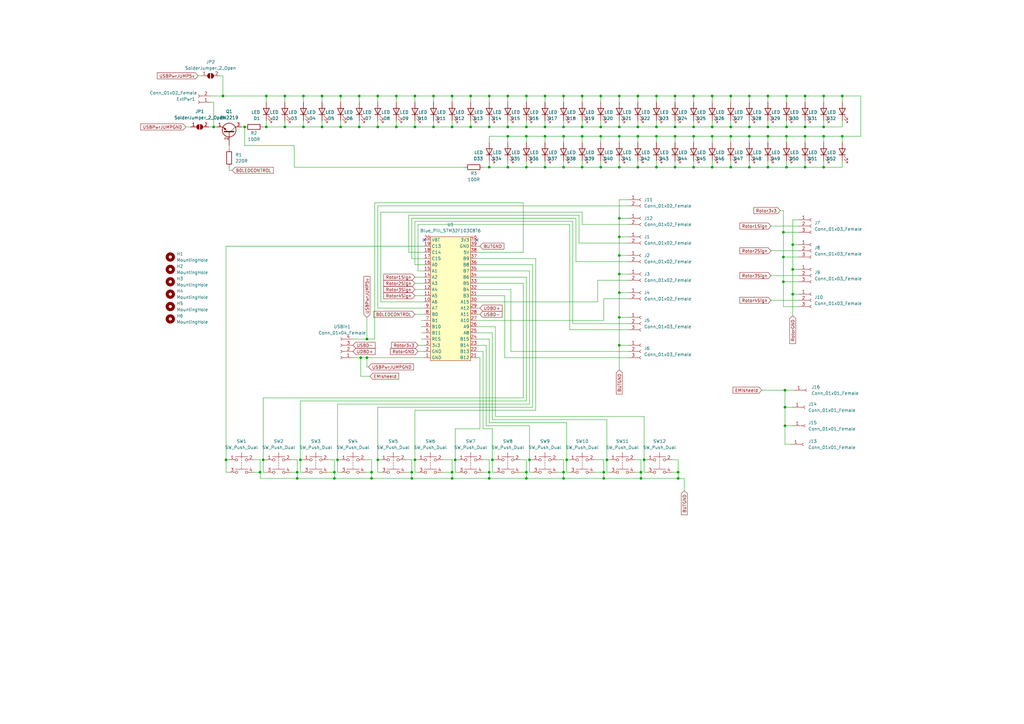
<source format=kicad_sch>
(kicad_sch (version 20211123) (generator eeschema)
  (paper "A3")
  (junction (at 284.48 55.88))
  (junction (at 269.24 52.07))
  (junction (at 261.62 68.58))
  (junction (at 254 97.155))
  (junction (at 238.76 55.88))
  (junction (at 147.32 52.07))
  (junction (at 200.66 68.58))
  (junction (at 322.58 52.07))
  (junction (at 124.46 52.07))
  (junction (at 200.66 39.37))
  (junction (at 307.34 55.88))
  (junction (at 170.18 188.595))
  (junction (at 193.04 52.07))
  (junction (at 321.31 105.41))
  (junction (at 330.2 55.88))
  (junction (at 106.68 193.675))
  (junction (at 232.41 188.595))
  (junction (at 137.16 196.215))
  (junction (at 123.19 188.595))
  (junction (at 168.91 196.215))
  (junction (at 299.72 39.37))
  (junction (at 215.9 68.58))
  (junction (at 215.9 193.675))
  (junction (at 186.69 188.595))
  (junction (at 278.13 196.215))
  (junction (at 246.38 52.07))
  (junction (at 215.9 39.37))
  (junction (at 269.24 39.37))
  (junction (at 139.7 52.07))
  (junction (at 121.92 193.675))
  (junction (at 217.17 188.595))
  (junction (at 137.16 193.675))
  (junction (at 246.38 55.88))
  (junction (at 246.38 68.58))
  (junction (at 231.14 39.37))
  (junction (at 322.58 68.58))
  (junction (at 314.96 68.58))
  (junction (at 168.91 193.675))
  (junction (at 264.16 188.595))
  (junction (at 321.945 167.005))
  (junction (at 223.52 68.58))
  (junction (at 147.955 146.685))
  (junction (at 254 52.07))
  (junction (at 91.44 39.37))
  (junction (at 223.52 39.37))
  (junction (at 162.56 39.37))
  (junction (at 345.44 39.37))
  (junction (at 247.65 196.215))
  (junction (at 337.82 68.58))
  (junction (at 152.4 193.675))
  (junction (at 154.94 39.37))
  (junction (at 276.86 68.58))
  (junction (at 231.14 52.07))
  (junction (at 238.76 39.37))
  (junction (at 147.32 39.37))
  (junction (at 100.33 52.07))
  (junction (at 262.89 196.215))
  (junction (at 247.65 193.675))
  (junction (at 345.44 55.88))
  (junction (at 307.34 39.37))
  (junction (at 322.58 39.37))
  (junction (at 314.96 52.07))
  (junction (at 254 130.175))
  (junction (at 200.66 193.675))
  (junction (at 307.34 52.07))
  (junction (at 138.43 188.595))
  (junction (at 170.18 39.37))
  (junction (at 262.89 193.675))
  (junction (at 337.82 55.88))
  (junction (at 246.38 39.37))
  (junction (at 150.495 146.685))
  (junction (at 185.42 39.37))
  (junction (at 284.48 52.07))
  (junction (at 325.12 110.49))
  (junction (at 116.84 52.07))
  (junction (at 238.76 68.58))
  (junction (at 170.18 52.07))
  (junction (at 201.93 188.595))
  (junction (at 321.31 95.25))
  (junction (at 254 55.88))
  (junction (at 325.12 120.65))
  (junction (at 278.13 193.675))
  (junction (at 254 104.775))
  (junction (at 269.24 55.88))
  (junction (at 150.495 139.065))
  (junction (at 276.86 39.37))
  (junction (at 337.82 39.37))
  (junction (at 223.52 52.07))
  (junction (at 152.4 196.215))
  (junction (at 215.9 52.07))
  (junction (at 208.28 68.58))
  (junction (at 321.31 115.57))
  (junction (at 314.96 39.37))
  (junction (at 231.14 68.58))
  (junction (at 109.22 52.07))
  (junction (at 121.92 196.215))
  (junction (at 215.9 196.215))
  (junction (at 314.96 55.88))
  (junction (at 292.1 52.07))
  (junction (at 284.48 39.37))
  (junction (at 87.63 52.07))
  (junction (at 200.66 196.215))
  (junction (at 330.2 39.37))
  (junction (at 208.28 39.37))
  (junction (at 208.28 52.07))
  (junction (at 231.14 193.675))
  (junction (at 269.24 68.58))
  (junction (at 215.9 55.88))
  (junction (at 200.66 52.07))
  (junction (at 109.22 39.37))
  (junction (at 185.42 193.675))
  (junction (at 299.72 68.58))
  (junction (at 124.46 39.37))
  (junction (at 92.71 188.595))
  (junction (at 177.8 52.07))
  (junction (at 292.1 68.58))
  (junction (at 162.56 52.07))
  (junction (at 292.1 55.88))
  (junction (at 254 141.605))
  (junction (at 261.62 52.07))
  (junction (at 276.86 55.88))
  (junction (at 238.76 52.07))
  (junction (at 231.14 196.215))
  (junction (at 185.42 52.07))
  (junction (at 107.95 188.595))
  (junction (at 177.8 39.37))
  (junction (at 248.92 188.595))
  (junction (at 154.94 188.595))
  (junction (at 208.28 55.88))
  (junction (at 223.52 55.88))
  (junction (at 254 39.37))
  (junction (at 254 89.535))
  (junction (at 299.72 55.88))
  (junction (at 116.84 39.37))
  (junction (at 231.14 55.88))
  (junction (at 254 68.58))
  (junction (at 254 112.395))
  (junction (at 254 120.015))
  (junction (at 139.7 39.37))
  (junction (at 284.48 68.58))
  (junction (at 321.945 160.02))
  (junction (at 261.62 55.88))
  (junction (at 299.72 52.07))
  (junction (at 330.2 68.58))
  (junction (at 321.945 174.625))
  (junction (at 337.82 52.07))
  (junction (at 185.42 196.215))
  (junction (at 261.62 39.37))
  (junction (at 193.04 39.37))
  (junction (at 330.2 52.07))
  (junction (at 322.58 55.88))
  (junction (at 154.94 52.07))
  (junction (at 325.12 100.33))
  (junction (at 276.86 52.07))
  (junction (at 292.1 39.37))
  (junction (at 132.08 39.37))
  (junction (at 132.08 52.07))
  (junction (at 307.34 68.58))
  (no_connect (at 173.99 98.425))
  (no_connect (at 195.58 98.425))
  (wire (pts (xy 353.06 39.37) (xy 353.06 55.88)))
  (wire (pts (xy 276.86 55.88) (xy 284.48 55.88)))
  (wire (pts (xy 231.14 66.04) (xy 231.14 68.58)))
  (wire (pts (xy 243.84 193.675) (xy 247.65 193.675)))
  (wire (pts (xy 264.16 193.675) (xy 265.43 193.675)))
  (wire (pts (xy 321.31 125.73) (xy 327.66 125.73)))
  (wire (pts (xy 316.23 92.71) (xy 327.66 92.71)))
  (wire (pts (xy 238.76 92.075) (xy 238.76 86.995)))
  (wire (pts (xy 170.18 116.205) (xy 173.99 116.205)))
  (wire (pts (xy 196.85 146.685) (xy 195.58 146.685)))
  (wire (pts (xy 139.7 52.07) (xy 147.32 52.07)))
  (wire (pts (xy 213.36 188.595) (xy 215.9 188.595)))
  (wire (pts (xy 193.04 39.37) (xy 193.04 41.91)))
  (wire (pts (xy 231.14 52.07) (xy 238.76 52.07)))
  (wire (pts (xy 325.12 90.17) (xy 327.66 90.17)))
  (wire (pts (xy 284.48 49.53) (xy 284.48 52.07)))
  (wire (pts (xy 325.12 110.49) (xy 325.12 100.33)))
  (wire (pts (xy 262.89 196.215) (xy 278.13 196.215)))
  (wire (pts (xy 321.945 167.005) (xy 325.12 167.005)))
  (wire (pts (xy 181.61 193.675) (xy 185.42 193.675)))
  (wire (pts (xy 107.95 163.195) (xy 214.63 163.195)))
  (wire (pts (xy 243.84 188.595) (xy 247.65 188.595)))
  (wire (pts (xy 238.76 86.995) (xy 156.21 86.995)))
  (wire (pts (xy 292.1 55.88) (xy 292.1 58.42)))
  (wire (pts (xy 238.76 55.88) (xy 246.38 55.88)))
  (wire (pts (xy 264.16 170.815) (xy 264.16 188.595)))
  (wire (pts (xy 219.71 106.045) (xy 219.71 168.275)))
  (wire (pts (xy 186.69 188.595) (xy 186.69 175.895)))
  (wire (pts (xy 247.65 196.215) (xy 262.89 196.215)))
  (wire (pts (xy 254 55.88) (xy 261.62 55.88)))
  (wire (pts (xy 284.48 52.07) (xy 292.1 52.07)))
  (wire (pts (xy 167.64 103.505) (xy 173.99 103.505)))
  (wire (pts (xy 278.13 193.675) (xy 278.13 196.215)))
  (wire (pts (xy 171.45 92.075) (xy 171.45 111.125)))
  (wire (pts (xy 215.9 193.675) (xy 215.9 196.215)))
  (wire (pts (xy 330.2 49.53) (xy 330.2 52.07)))
  (wire (pts (xy 109.22 39.37) (xy 116.84 39.37)))
  (wire (pts (xy 208.28 55.88) (xy 208.28 58.42)))
  (wire (pts (xy 299.72 68.58) (xy 307.34 68.58)))
  (wire (pts (xy 260.35 193.675) (xy 262.89 193.675)))
  (wire (pts (xy 195.58 123.825) (xy 245.11 123.825)))
  (wire (pts (xy 275.59 188.595) (xy 278.13 188.595)))
  (wire (pts (xy 186.69 188.595) (xy 187.96 188.595)))
  (wire (pts (xy 322.58 52.07) (xy 330.2 52.07)))
  (wire (pts (xy 257.81 107.315) (xy 236.22 107.315)))
  (wire (pts (xy 264.16 188.595) (xy 264.16 193.675)))
  (wire (pts (xy 316.23 123.19) (xy 327.66 123.19)))
  (wire (pts (xy 278.13 188.595) (xy 278.13 193.675)))
  (wire (pts (xy 314.96 49.53) (xy 314.96 52.07)))
  (wire (pts (xy 238.76 66.04) (xy 238.76 68.58)))
  (wire (pts (xy 177.8 49.53) (xy 177.8 52.07)))
  (wire (pts (xy 215.9 52.07) (xy 223.52 52.07)))
  (wire (pts (xy 314.96 52.07) (xy 322.58 52.07)))
  (wire (pts (xy 156.21 123.825) (xy 173.99 123.825)))
  (wire (pts (xy 124.46 52.07) (xy 132.08 52.07)))
  (wire (pts (xy 314.96 55.88) (xy 322.58 55.88)))
  (wire (pts (xy 223.52 66.04) (xy 223.52 68.58)))
  (wire (pts (xy 223.52 68.58) (xy 231.14 68.58)))
  (wire (pts (xy 330.2 52.07) (xy 337.82 52.07)))
  (wire (pts (xy 217.17 165.735) (xy 138.43 165.735)))
  (wire (pts (xy 147.32 49.53) (xy 147.32 52.07)))
  (wire (pts (xy 123.19 193.675) (xy 123.19 188.595)))
  (wire (pts (xy 322.58 68.58) (xy 330.2 68.58)))
  (wire (pts (xy 254 52.07) (xy 261.62 52.07)))
  (wire (pts (xy 321.945 160.02) (xy 321.945 167.005)))
  (wire (pts (xy 284.48 66.04) (xy 284.48 68.58)))
  (wire (pts (xy 321.945 182.245) (xy 324.485 182.245)))
  (wire (pts (xy 154.94 126.365) (xy 173.99 126.365)))
  (wire (pts (xy 107.95 52.07) (xy 109.22 52.07)))
  (wire (pts (xy 170.18 118.745) (xy 173.99 118.745)))
  (wire (pts (xy 261.62 52.07) (xy 269.24 52.07)))
  (wire (pts (xy 119.38 193.675) (xy 121.92 193.675)))
  (wire (pts (xy 168.91 188.595) (xy 168.91 193.675)))
  (wire (pts (xy 185.42 39.37) (xy 193.04 39.37)))
  (wire (pts (xy 185.42 196.215) (xy 200.66 196.215)))
  (wire (pts (xy 299.72 55.88) (xy 307.34 55.88)))
  (wire (pts (xy 299.72 55.88) (xy 299.72 58.42)))
  (wire (pts (xy 215.9 55.88) (xy 215.9 58.42)))
  (wire (pts (xy 134.62 188.595) (xy 137.16 188.595)))
  (wire (pts (xy 200.66 52.07) (xy 208.28 52.07)))
  (wire (pts (xy 185.42 193.675) (xy 185.42 196.215)))
  (wire (pts (xy 307.34 39.37) (xy 307.34 41.91)))
  (wire (pts (xy 237.49 88.265) (xy 167.64 88.265)))
  (wire (pts (xy 87.63 41.91) (xy 87.63 52.07)))
  (wire (pts (xy 215.9 196.215) (xy 231.14 196.215)))
  (wire (pts (xy 154.94 84.455) (xy 257.81 84.455)))
  (wire (pts (xy 170.18 168.275) (xy 170.18 188.595)))
  (wire (pts (xy 132.08 39.37) (xy 139.7 39.37)))
  (wire (pts (xy 248.92 193.675) (xy 248.92 188.595)))
  (wire (pts (xy 254 120.015) (xy 257.81 120.015)))
  (wire (pts (xy 254 39.37) (xy 254 41.91)))
  (wire (pts (xy 107.95 193.675) (xy 109.22 193.675)))
  (wire (pts (xy 137.16 193.675) (xy 137.16 196.215)))
  (wire (pts (xy 284.48 39.37) (xy 292.1 39.37)))
  (wire (pts (xy 254 89.535) (xy 254 97.155)))
  (wire (pts (xy 87.63 41.91) (xy 86.36 41.91)))
  (wire (pts (xy 76.2 52.07) (xy 78.105 52.07)))
  (wire (pts (xy 132.08 52.07) (xy 139.7 52.07)))
  (wire (pts (xy 198.12 175.895) (xy 201.93 175.895)))
  (wire (pts (xy 199.39 141.605) (xy 199.39 174.625)))
  (wire (pts (xy 195.58 111.125) (xy 217.17 111.125)))
  (wire (pts (xy 292.1 49.53) (xy 292.1 52.07)))
  (wire (pts (xy 86.36 39.37) (xy 91.44 39.37)))
  (wire (pts (xy 261.62 49.53) (xy 261.62 52.07)))
  (wire (pts (xy 171.45 141.605) (xy 173.99 141.605)))
  (wire (pts (xy 257.81 81.915) (xy 254 81.915)))
  (wire (pts (xy 254 141.605) (xy 257.81 141.605)))
  (wire (pts (xy 261.62 55.88) (xy 261.62 58.42)))
  (wire (pts (xy 134.62 193.675) (xy 137.16 193.675)))
  (wire (pts (xy 107.95 188.595) (xy 107.95 193.675)))
  (wire (pts (xy 181.61 188.595) (xy 185.42 188.595)))
  (wire (pts (xy 238.76 68.58) (xy 246.38 68.58)))
  (wire (pts (xy 170.18 193.675) (xy 171.45 193.675)))
  (wire (pts (xy 321.945 160.02) (xy 325.755 160.02)))
  (wire (pts (xy 152.4 193.675) (xy 152.4 196.215)))
  (wire (pts (xy 238.76 39.37) (xy 238.76 41.91)))
  (wire (pts (xy 321.31 95.25) (xy 321.31 105.41)))
  (wire (pts (xy 116.84 39.37) (xy 124.46 39.37)))
  (wire (pts (xy 207.01 146.685) (xy 207.01 121.285)))
  (wire (pts (xy 219.71 168.275) (xy 170.18 168.275)))
  (wire (pts (xy 269.24 55.88) (xy 276.86 55.88)))
  (wire (pts (xy 231.14 193.675) (xy 231.14 196.215)))
  (wire (pts (xy 223.52 39.37) (xy 231.14 39.37)))
  (wire (pts (xy 254 112.395) (xy 254 120.015)))
  (wire (pts (xy 214.63 103.505) (xy 195.58 103.505)))
  (wire (pts (xy 170.18 121.285) (xy 173.99 121.285)))
  (wire (pts (xy 257.81 122.555) (xy 247.65 122.555)))
  (wire (pts (xy 217.17 174.625) (xy 217.17 188.595)))
  (wire (pts (xy 345.44 39.37) (xy 345.44 41.91)))
  (wire (pts (xy 246.38 39.37) (xy 254 39.37)))
  (wire (pts (xy 337.82 39.37) (xy 345.44 39.37)))
  (wire (pts (xy 177.8 39.37) (xy 185.42 39.37)))
  (wire (pts (xy 154.94 126.365) (xy 154.94 84.455)))
  (wire (pts (xy 149.86 188.595) (xy 152.4 188.595)))
  (wire (pts (xy 123.19 188.595) (xy 123.19 164.465)))
  (wire (pts (xy 139.7 39.37) (xy 139.7 41.91)))
  (wire (pts (xy 85.725 52.07) (xy 87.63 52.07)))
  (wire (pts (xy 162.56 39.37) (xy 170.18 39.37)))
  (wire (pts (xy 215.9 68.58) (xy 223.52 68.58)))
  (wire (pts (xy 208.28 55.88) (xy 215.9 55.88)))
  (wire (pts (xy 250.19 193.675) (xy 248.92 193.675)))
  (wire (pts (xy 337.82 55.88) (xy 337.82 58.42)))
  (wire (pts (xy 247.65 193.675) (xy 247.65 196.215)))
  (wire (pts (xy 232.41 188.595) (xy 233.68 188.595)))
  (wire (pts (xy 152.4 188.595) (xy 152.4 193.675)))
  (wire (pts (xy 170.18 128.905) (xy 173.99 128.905)))
  (wire (pts (xy 236.22 107.315) (xy 236.22 89.535)))
  (wire (pts (xy 254 97.155) (xy 254 104.775)))
  (wire (pts (xy 166.37 188.595) (xy 168.91 188.595)))
  (wire (pts (xy 284.48 55.88) (xy 284.48 58.42)))
  (wire (pts (xy 93.98 69.85) (xy 95.25 69.85)))
  (wire (pts (xy 254 130.175) (xy 257.81 130.175)))
  (wire (pts (xy 231.14 49.53) (xy 231.14 52.07)))
  (wire (pts (xy 193.04 52.07) (xy 200.66 52.07)))
  (wire (pts (xy 261.62 68.58) (xy 269.24 68.58)))
  (wire (pts (xy 195.58 126.365) (xy 196.85 126.365)))
  (wire (pts (xy 325.12 100.33) (xy 325.12 90.17)))
  (wire (pts (xy 237.49 99.695) (xy 237.49 88.265)))
  (wire (pts (xy 186.69 193.675) (xy 186.69 188.595)))
  (wire (pts (xy 172.72 133.985) (xy 173.99 133.985)))
  (wire (pts (xy 198.12 144.145) (xy 198.12 175.895)))
  (wire (pts (xy 88.9 52.07) (xy 87.63 52.07)))
  (wire (pts (xy 147.955 154.305) (xy 147.955 146.685)))
  (wire (pts (xy 276.86 39.37) (xy 276.86 41.91)))
  (wire (pts (xy 314.96 39.37) (xy 314.96 41.91)))
  (wire (pts (xy 123.19 164.465) (xy 215.9 164.465)))
  (wire (pts (xy 275.59 193.675) (xy 278.13 193.675)))
  (wire (pts (xy 278.13 196.215) (xy 280.67 196.215)))
  (wire (pts (xy 116.84 39.37) (xy 116.84 41.91)))
  (wire (pts (xy 162.56 49.53) (xy 162.56 52.07)))
  (wire (pts (xy 172.72 136.525) (xy 173.99 136.525)))
  (wire (pts (xy 262.89 188.595) (xy 262.89 193.675)))
  (wire (pts (xy 257.81 99.695) (xy 237.49 99.695)))
  (wire (pts (xy 166.37 193.675) (xy 168.91 193.675)))
  (wire (pts (xy 92.71 188.595) (xy 92.71 193.675)))
  (wire (pts (xy 104.14 188.595) (xy 106.68 188.595)))
  (wire (pts (xy 269.24 66.04) (xy 269.24 68.58)))
  (wire (pts (xy 208.28 39.37) (xy 215.9 39.37)))
  (wire (pts (xy 200.66 188.595) (xy 200.66 193.675)))
  (wire (pts (xy 177.8 39.37) (xy 177.8 41.91)))
  (wire (pts (xy 330.2 66.04) (xy 330.2 68.58)))
  (wire (pts (xy 107.95 188.595) (xy 109.22 188.595)))
  (wire (pts (xy 245.11 114.935) (xy 257.81 114.935)))
  (wire (pts (xy 218.44 167.005) (xy 154.94 167.005)))
  (wire (pts (xy 144.78 146.685) (xy 147.955 146.685)))
  (wire (pts (xy 322.58 55.88) (xy 330.2 55.88)))
  (wire (pts (xy 203.2 170.815) (xy 264.16 170.815)))
  (wire (pts (xy 257.81 146.685) (xy 207.01 146.685)))
  (wire (pts (xy 185.42 39.37) (xy 185.42 41.91)))
  (wire (pts (xy 208.28 66.04) (xy 208.28 68.58)))
  (wire (pts (xy 233.68 92.075) (xy 171.45 92.075)))
  (wire (pts (xy 337.82 52.07) (xy 345.44 52.07)))
  (wire (pts (xy 168.91 89.535) (xy 168.91 106.045)))
  (wire (pts (xy 132.08 39.37) (xy 132.08 41.91)))
  (wire (pts (xy 223.52 55.88) (xy 223.52 58.42)))
  (wire (pts (xy 109.22 52.07) (xy 116.84 52.07)))
  (wire (pts (xy 276.86 68.58) (xy 284.48 68.58)))
  (wire (pts (xy 215.9 39.37) (xy 223.52 39.37)))
  (wire (pts (xy 314.96 39.37) (xy 322.58 39.37)))
  (wire (pts (xy 260.35 188.595) (xy 262.89 188.595)))
  (wire (pts (xy 217.17 188.595) (xy 218.44 188.595)))
  (wire (pts (xy 320.04 86.36) (xy 321.31 86.36)))
  (wire (pts (xy 321.945 174.625) (xy 325.12 174.625)))
  (wire (pts (xy 150.495 146.685) (xy 150.495 150.495)))
  (wire (pts (xy 257.81 92.075) (xy 238.76 92.075)))
  (wire (pts (xy 228.6 188.595) (xy 231.14 188.595)))
  (wire (pts (xy 215.9 164.465) (xy 215.9 113.665)))
  (wire (pts (xy 121.92 196.215) (xy 137.16 196.215)))
  (wire (pts (xy 269.24 39.37) (xy 276.86 39.37)))
  (wire (pts (xy 195.58 106.045) (xy 219.71 106.045)))
  (wire (pts (xy 233.68 193.675) (xy 232.41 193.675)))
  (wire (pts (xy 232.41 193.675) (xy 232.41 188.595)))
  (wire (pts (xy 215.9 55.88) (xy 223.52 55.88)))
  (wire (pts (xy 170.18 39.37) (xy 177.8 39.37)))
  (wire (pts (xy 214.63 83.185) (xy 214.63 103.505)))
  (wire (pts (xy 170.18 49.53) (xy 170.18 52.07)))
  (wire (pts (xy 345.44 66.04) (xy 345.44 68.58)))
  (wire (pts (xy 322.58 66.04) (xy 322.58 68.58)))
  (wire (pts (xy 321.31 105.41) (xy 327.66 105.41)))
  (wire (pts (xy 198.12 193.675) (xy 200.66 193.675)))
  (wire (pts (xy 177.8 52.07) (xy 185.42 52.07)))
  (wire (pts (xy 200.66 196.215) (xy 215.9 196.215)))
  (wire (pts (xy 186.69 175.895) (xy 196.85 175.895)))
  (wire (pts (xy 231.14 55.88) (xy 238.76 55.88)))
  (wire (pts (xy 322.58 55.88) (xy 322.58 58.42)))
  (wire (pts (xy 254 130.175) (xy 254 141.605)))
  (wire (pts (xy 299.72 49.53) (xy 299.72 52.07)))
  (wire (pts (xy 325.12 120.65) (xy 325.12 110.49)))
  (wire (pts (xy 276.86 39.37) (xy 284.48 39.37)))
  (wire (pts (xy 172.72 139.065) (xy 173.99 139.065)))
  (wire (pts (xy 330.2 39.37) (xy 330.2 41.91)))
  (wire (pts (xy 322.58 49.53) (xy 322.58 52.07)))
  (wire (pts (xy 170.18 52.07) (xy 177.8 52.07)))
  (wire (pts (xy 124.46 39.37) (xy 124.46 41.91)))
  (wire (pts (xy 124.46 49.53) (xy 124.46 52.07)))
  (wire (pts (xy 209.55 118.745) (xy 195.58 118.745)))
  (wire (pts (xy 307.34 39.37) (xy 314.96 39.37)))
  (wire (pts (xy 207.01 121.285) (xy 195.58 121.285)))
  (wire (pts (xy 154.94 188.595) (xy 154.94 193.675)))
  (wire (pts (xy 200.66 55.88) (xy 208.28 55.88)))
  (wire (pts (xy 262.89 193.675) (xy 262.89 196.215)))
  (wire (pts (xy 93.98 59.69) (xy 93.98 60.96)))
  (wire (pts (xy 208.28 52.07) (xy 215.9 52.07)))
  (wire (pts (xy 292.1 39.37) (xy 299.72 39.37)))
  (wire (pts (xy 299.72 39.37) (xy 307.34 39.37)))
  (wire (pts (xy 246.38 52.07) (xy 254 52.07)))
  (wire (pts (xy 254 81.915) (xy 254 89.535)))
  (wire (pts (xy 170.18 113.665) (xy 173.99 113.665)))
  (wire (pts (xy 154.94 188.595) (xy 156.21 188.595)))
  (wire (pts (xy 307.34 49.53) (xy 307.34 52.07)))
  (wire (pts (xy 91.44 31.115) (xy 91.44 39.37)))
  (wire (pts (xy 231.14 55.88) (xy 231.14 58.42)))
  (wire (pts (xy 246.38 66.04) (xy 246.38 68.58)))
  (wire (pts (xy 246.38 68.58) (xy 254 68.58)))
  (wire (pts (xy 92.71 193.675) (xy 93.98 193.675)))
  (wire (pts (xy 280.67 196.215) (xy 280.67 201.295)))
  (wire (pts (xy 246.38 55.88) (xy 254 55.88)))
  (wire (pts (xy 307.34 66.04) (xy 307.34 68.58)))
  (wire (pts (xy 215.9 39.37) (xy 215.9 41.91)))
  (wire (pts (xy 171.45 144.145) (xy 173.99 144.145)))
  (wire (pts (xy 213.36 193.675) (xy 215.9 193.675)))
  (wire (pts (xy 153.67 83.185) (xy 153.67 139.065)))
  (wire (pts (xy 238.76 52.07) (xy 246.38 52.07)))
  (wire (pts (xy 109.22 39.37) (xy 109.22 41.91)))
  (wire (pts (xy 100.33 59.69) (xy 100.33 52.07)))
  (wire (pts (xy 325.12 100.33) (xy 327.66 100.33)))
  (wire (pts (xy 208.28 68.58) (xy 215.9 68.58)))
  (wire (pts (xy 200.66 55.88) (xy 200.66 58.42)))
  (wire (pts (xy 238.76 49.53) (xy 238.76 52.07)))
  (wire (pts (xy 245.11 123.825) (xy 245.11 114.935)))
  (wire (pts (xy 325.12 110.49) (xy 327.66 110.49)))
  (wire (pts (xy 299.72 66.04) (xy 299.72 68.58)))
  (wire (pts (xy 149.86 193.675) (xy 152.4 193.675)))
  (wire (pts (xy 109.22 49.53) (xy 109.22 52.07)))
  (wire (pts (xy 120.65 68.58) (xy 120.65 59.69)))
  (wire (pts (xy 316.23 102.87) (xy 327.66 102.87)))
  (wire (pts (xy 321.31 105.41) (xy 321.31 115.57)))
  (wire (pts (xy 170.18 108.585) (xy 173.99 108.585)))
  (wire (pts (xy 254 141.605) (xy 254 151.765)))
  (wire (pts (xy 254 49.53) (xy 254 52.07)))
  (wire (pts (xy 138.43 165.735) (xy 138.43 188.595)))
  (wire (pts (xy 195.58 136.525) (xy 201.93 136.525)))
  (wire (pts (xy 292.1 68.58) (xy 299.72 68.58)))
  (wire (pts (xy 154.94 193.675) (xy 156.21 193.675)))
  (wire (pts (xy 195.58 128.905) (xy 196.85 128.905)))
  (wire (pts (xy 201.93 188.595) (xy 201.93 193.675)))
  (wire (pts (xy 124.46 39.37) (xy 132.08 39.37)))
  (wire (pts (xy 257.81 132.715) (xy 234.95 132.715)))
  (wire (pts (xy 292.1 55.88) (xy 299.72 55.88)))
  (wire (pts (xy 254 104.775) (xy 257.81 104.775)))
  (wire (pts (xy 173.99 100.965) (xy 92.71 100.965)))
  (wire (pts (xy 200.66 66.04) (xy 200.66 68.58)))
  (wire (pts (xy 247.65 122.555) (xy 247.65 131.445)))
  (wire (pts (xy 195.58 133.985) (xy 203.2 133.985)))
  (wire (pts (xy 269.24 39.37) (xy 269.24 41.91)))
  (wire (pts (xy 223.52 55.88) (xy 231.14 55.88)))
  (wire (pts (xy 215.9 188.595) (xy 215.9 193.675)))
  (wire (pts (xy 201.93 188.595) (xy 203.2 188.595)))
  (wire (pts (xy 248.92 172.085) (xy 201.93 172.085)))
  (wire (pts (xy 201.93 175.895) (xy 201.93 188.595)))
  (wire (pts (xy 154.94 52.07) (xy 162.56 52.07)))
  (wire (pts (xy 299.72 52.07) (xy 307.34 52.07)))
  (wire (pts (xy 168.91 106.045) (xy 173.99 106.045)))
  (wire (pts (xy 168.91 193.675) (xy 168.91 196.215)))
  (wire (pts (xy 170.18 39.37) (xy 170.18 41.91)))
  (wire (pts (xy 276.86 52.07) (xy 284.48 52.07)))
  (wire (pts (xy 185.42 49.53) (xy 185.42 52.07)))
  (wire (pts (xy 231.14 188.595) (xy 231.14 193.675)))
  (wire (pts (xy 147.32 52.07) (xy 154.94 52.07)))
  (wire (pts (xy 200.66 193.675) (xy 200.66 196.215)))
  (wire (pts (xy 121.92 193.675) (xy 121.92 196.215)))
  (wire (pts (xy 200.66 39.37) (xy 208.28 39.37)))
  (wire (pts (xy 261.62 39.37) (xy 269.24 39.37)))
  (wire (pts (xy 330.2 39.37) (xy 337.82 39.37)))
  (wire (pts (xy 345.44 49.53) (xy 345.44 52.07)))
  (wire (pts (xy 264.16 188.595) (xy 265.43 188.595)))
  (wire (pts (xy 195.58 141.605) (xy 199.39 141.605)))
  (wire (pts (xy 208.28 49.53) (xy 208.28 52.07)))
  (wire (pts (xy 215.9 49.53) (xy 215.9 52.07)))
  (wire (pts (xy 139.7 49.53) (xy 139.7 52.07)))
  (wire (pts (xy 106.68 193.675) (xy 106.68 196.215)))
  (wire (pts (xy 123.19 188.595) (xy 124.46 188.595)))
  (wire (pts (xy 345.44 39.37) (xy 353.06 39.37)))
  (wire (pts (xy 116.84 52.07) (xy 124.46 52.07)))
  (wire (pts (xy 195.58 116.205) (xy 214.63 116.205)))
  (wire (pts (xy 156.21 86.995) (xy 156.21 123.825)))
  (wire (pts (xy 322.58 39.37) (xy 322.58 41.91)))
  (wire (pts (xy 284.48 68.58) (xy 292.1 68.58)))
  (wire (pts (xy 138.43 188.595) (xy 139.7 188.595)))
  (wire (pts (xy 154.94 39.37) (xy 154.94 41.91)))
  (wire (pts (xy 154.94 49.53) (xy 154.94 52.07)))
  (wire (pts (xy 234.95 90.805) (xy 170.18 90.805)))
  (wire (pts (xy 231.14 39.37) (xy 238.76 39.37)))
  (wire (pts (xy 314.96 66.04) (xy 314.96 68.58)))
  (wire (pts (xy 171.45 111.125) (xy 173.99 111.125)))
  (wire (pts (xy 314.96 68.58) (xy 322.58 68.58)))
  (wire (pts (xy 150.495 130.175) (xy 150.495 139.065)))
  (wire (pts (xy 170.18 188.595) (xy 171.45 188.595)))
  (wire (pts (xy 330.2 55.88) (xy 337.82 55.88)))
  (wire (pts (xy 321.31 95.25) (xy 327.66 95.25)))
  (wire (pts (xy 261.62 66.04) (xy 261.62 68.58)))
  (wire (pts (xy 254 120.015) (xy 254 130.175)))
  (wire (pts (xy 307.34 52.07) (xy 314.96 52.07)))
  (wire (pts (xy 292.1 39.37) (xy 292.1 41.91)))
  (wire (pts (xy 215.9 113.665) (xy 195.58 113.665)))
  (wire (pts (xy 203.2 133.985) (xy 203.2 170.815)))
  (wire (pts (xy 337.82 55.88) (xy 345.44 55.88)))
  (wire (pts (xy 167.64 88.265) (xy 167.64 103.505)))
  (wire (pts (xy 248.92 188.595) (xy 250.19 188.595)))
  (wire (pts (xy 185.42 52.07) (xy 193.04 52.07)))
  (wire (pts (xy 209.55 144.145) (xy 209.55 118.745)))
  (wire (pts (xy 196.85 175.895) (xy 196.85 146.685)))
  (wire (pts (xy 107.95 163.195) (xy 107.95 188.595)))
  (wire (pts (xy 172.72 131.445) (xy 173.99 131.445)))
  (wire (pts (xy 269.24 52.07) (xy 276.86 52.07)))
  (wire (pts (xy 200.66 49.53) (xy 200.66 52.07)))
  (wire (pts (xy 147.32 39.37) (xy 147.32 41.91)))
  (wire (pts (xy 231.14 68.58) (xy 238.76 68.58)))
  (wire (pts (xy 215.9 66.04) (xy 215.9 68.58)))
  (wire (pts (xy 144.78 139.065) (xy 150.495 139.065)))
  (wire (pts (xy 284.48 55.88) (xy 292.1 55.88)))
  (wire (pts (xy 247.65 188.595) (xy 247.65 193.675)))
  (wire (pts (xy 316.23 113.03) (xy 327.66 113.03)))
  (wire (pts (xy 228.6 193.675) (xy 231.14 193.675)))
  (wire (pts (xy 195.58 108.585) (xy 218.44 108.585)))
  (wire (pts (xy 223.52 39.37) (xy 223.52 41.91)))
  (wire (pts (xy 150.495 146.685) (xy 173.99 146.685)))
  (wire (pts (xy 233.68 135.255) (xy 233.68 92.075)))
  (wire (pts (xy 284.48 39.37) (xy 284.48 41.91)))
  (wire (pts (xy 330.2 68.58) (xy 337.82 68.58)))
  (wire (pts (xy 92.71 188.595) (xy 93.98 188.595)))
  (wire (pts (xy 330.2 55.88) (xy 330.2 58.42)))
  (wire (pts (xy 345.44 55.88) (xy 345.44 58.42)))
  (wire (pts (xy 195.58 144.145) (xy 198.12 144.145)))
  (wire (pts (xy 200.66 39.37) (xy 200.66 41.91)))
  (wire (pts (xy 198.12 68.58) (xy 200.66 68.58)))
  (wire (pts (xy 139.7 39.37) (xy 147.32 39.37)))
  (wire (pts (xy 106.68 196.215) (xy 121.92 196.215)))
  (wire (pts (xy 307.34 68.58) (xy 314.96 68.58)))
  (wire (pts (xy 90.17 31.115) (xy 91.44 31.115)))
  (wire (pts (xy 269.24 68.58) (xy 276.86 68.58)))
  (wire (pts (xy 254 39.37) (xy 261.62 39.37)))
  (wire (pts (xy 276.86 55.88) (xy 276.86 58.42)))
  (wire (pts (xy 276.86 66.04) (xy 276.86 68.58)))
  (wire (pts (xy 217.17 188.595) (xy 217.17 193.675)))
  (wire (pts (xy 199.39 174.625) (xy 217.17 174.625)))
  (wire (pts (xy 292.1 52.07) (xy 299.72 52.07)))
  (wire (pts (xy 151.765 154.305) (xy 147.955 154.305)))
  (wire (pts (xy 147.32 39.37) (xy 154.94 39.37)))
  (wire (pts (xy 218.44 108.585) (xy 218.44 167.005)))
  (wire (pts (xy 201.93 193.675) (xy 203.2 193.675)))
  (wire (pts (xy 119.38 188.595) (xy 121.92 188.595)))
  (wire (pts (xy 201.93 172.085) (xy 201.93 136.525)))
  (wire (pts (xy 104.14 193.675) (xy 106.68 193.675)))
  (wire (pts (xy 150.495 139.065) (xy 153.67 139.065)))
  (wire (pts (xy 269.24 55.88) (xy 269.24 58.42)))
  (wire (pts (xy 312.42 160.02) (xy 321.945 160.02)))
  (wire (pts (xy 170.18 90.805) (xy 170.18 108.585)))
  (wire (pts (xy 162.56 39.37) (xy 162.56 41.91)))
  (wire (pts (xy 246.38 39.37) (xy 246.38 41.91)))
  (wire (pts (xy 217.17 193.675) (xy 218.44 193.675)))
  (wire (pts (xy 299.72 39.37) (xy 299.72 41.91)))
  (wire (pts (xy 91.44 39.37) (xy 109.22 39.37)))
  (wire (pts (xy 223.52 52.07) (xy 231.14 52.07)))
  (wire (pts (xy 345.44 55.88) (xy 353.06 55.88)))
  (wire (pts (xy 198.12 188.595) (xy 200.66 188.595)))
  (wire (pts (xy 208.28 39.37) (xy 208.28 41.91)))
  (wire (pts (xy 232.41 188.595) (xy 232.41 173.355)))
  (wire (pts (xy 185.42 188.595) (xy 185.42 193.675)))
  (wire (pts (xy 214.63 116.205) (xy 214.63 163.195)))
  (wire (pts (xy 93.98 68.58) (xy 93.98 69.85)))
  (wire (pts (xy 193.04 39.37) (xy 200.66 39.37)))
  (wire (pts (xy 137.16 196.215) (xy 152.4 196.215)))
  (wire (pts (xy 132.08 49.53) (xy 132.08 52.07)))
  (wire (pts (xy 321.31 115.57) (xy 321.31 125.73)))
  (wire (pts (xy 217.17 111.125) (xy 217.17 165.735)))
  (wire (pts (xy 231.14 39.37) (xy 231.14 41.91)))
  (wire (pts (xy 116.84 49.53) (xy 116.84 52.07)))
  (wire (pts (xy 120.65 59.69) (xy 100.33 59.69)))
  (wire (pts (xy 246.38 49.53) (xy 246.38 52.07)))
  (wire (pts (xy 261.62 55.88) (xy 269.24 55.88)))
  (wire (pts (xy 246.38 55.88) (xy 246.38 58.42)))
  (wire (pts (xy 195.58 100.965) (xy 196.85 100.965)))
  (wire (pts (xy 314.96 55.88) (xy 314.96 58.42)))
  (wire (pts (xy 193.04 49.53) (xy 193.04 52.07)))
  (wire (pts (xy 200.66 173.355) (xy 200.66 139.065)))
  (wire (pts (xy 232.41 173.355) (xy 200.66 173.355)))
  (wire (pts (xy 337.82 39.37) (xy 337.82 41.91)))
  (wire (pts (xy 254 89.535) (xy 257.81 89.535)))
  (wire (pts (xy 321.945 167.005) (xy 321.945 174.625)))
  (wire (pts (xy 257.81 144.145) (xy 209.55 144.145)))
  (wire (pts (xy 337.82 66.04) (xy 337.82 68.58)))
  (wire (pts (xy 257.81 135.255) (xy 233.68 135.255)))
  (wire (pts (xy 99.06 52.07) (xy 100.33 52.07)))
  (wire (pts (xy 254 104.775) (xy 254 112.395)))
  (wire (pts (xy 200.66 68.58) (xy 208.28 68.58)))
  (wire (pts (xy 138.43 188.595) (xy 138.43 193.675)))
  (wire (pts (xy 190.5 68.58) (xy 120.65 68.58)))
  (wire (pts (xy 137.16 188.595) (xy 137.16 193.675)))
  (wire (pts (xy 238.76 39.37) (xy 246.38 39.37)))
  (wire (pts (xy 236.22 89.535) (xy 168.91 89.535)))
  (wire (pts (xy 81.28 31.115) (xy 82.55 31.115)))
  (wire (pts (xy 254 112.395) (xy 257.81 112.395)))
  (wire (pts (xy 337.82 68.58) (xy 345.44 68.58)))
  (wire (pts (xy 154.94 39.37) (xy 162.56 39.37)))
  (wire (pts (xy 154.94 167.005) (xy 154.94 188.595)))
  (wire (pts (xy 247.65 131.445) (xy 195.58 131.445)))
  (wire (pts (xy 138.43 193.675) (xy 139.7 193.675)))
  (wire (pts (xy 337.82 49.53) (xy 337.82 52.07)))
  (wire (pts (xy 153.67 83.185) (xy 214.63 83.185)))
  (wire (pts (xy 106.68 188.595) (xy 106.68 193.675)))
  (wire (pts (xy 322.58 39.37) (xy 330.2 39.37)))
  (wire (pts (xy 321.31 115.57) (xy 327.66 115.57)))
  (wire (pts (xy 200.66 139.065) (xy 195.58 139.065)))
  (wire (pts (xy 307.34 55.88) (xy 314.96 55.88)))
  (wire (pts (xy 187.96 193.675) (xy 186.69 193.675)))
  (wire (pts (xy 248.92 188.595) (xy 248.92 172.085)))
  (wire (pts (xy 321.31 86.36) (xy 321.31 95.25)))
  (wire (pts (xy 147.955 146.685) (xy 150.495 146.685)))
  (wire (pts (xy 261.62 39.37) (xy 261.62 41.91)))
  (wire (pts (xy 276.86 49.53) (xy 276.86 52.07)))
  (wire (pts (xy 254 68.58) (xy 261.62 68.58)))
  (wire (pts (xy 307.34 55.88) (xy 307.34 58.42)))
  (wire (pts (xy 257.81 97.155) (xy 254 97.155)))
  (wire (pts (xy 292.1 66.04) (xy 292.1 68.58)))
  (wire (pts (xy 121.92 188.595) (xy 121.92 193.675)))
  (wire (pts (xy 168.91 196.215) (xy 185.42 196.215)))
  (wire (pts (xy 124.46 193.675) (xy 123.19 193.675)))
  (wire (pts (xy 231.14 196.215) (xy 247.65 196.215)))
  (wire (pts (xy 325.12 120.65) (xy 327.66 120.65)))
  (wire (pts (xy 254 66.04) (xy 254 68.58)))
  (wire (pts (xy 325.12 129.54) (xy 325.12 120.65)))
  (wire (pts (xy 152.4 196.215) (xy 168.91 196.215)))
  (wire (pts (xy 92.71 100.965) (xy 92.71 188.595)))
  (wire (pts (xy 321.945 174.625) (xy 321.945 182.245)))
  (wire (pts (xy 170.18 188.595) (xy 170.18 193.675)))
  (wire (pts (xy 269.24 49.53) (xy 269.24 52.07)))
  (wire (pts (xy 223.52 49.53) (xy 223.52 52.07)))
  (wire (pts (xy 238.76 55.88) (xy 238.76 58.42)))
  (wire (pts (xy 254 55.88) (xy 254 58.42)))
  (wire (pts (xy 234.95 132.715) (xy 234.95 90.805)))
  (wire (pts (xy 150.495 150.495) (xy 151.13 150.495)))
  (wire (pts (xy 162.56 52.07) (xy 170.18 52.07)))
  (global_label "UDBD+" (shape input) (at 196.85 126.365 0) (property "Intersheet References" "${INTERSHEET_REFS}" (effects hide)))
  (global_label "USBPwrJUMPGND" (shape input) (at 76.2 52.07 180) (property "Intersheet References" "${INTERSHEET_REFS}" (effects hide)))
  (global_label "RotorGND" (shape input) (at 171.45 144.145 180) (property "Intersheet References" "${INTERSHEET_REFS}" (effects hide)))
  (global_label "RotorGND" (shape input) (at 325.12 129.54 270) (property "Intersheet References" "${INTERSHEET_REFS}" (effects hide)))
  (global_label "Rotor3Sign" (shape input) (at 170.18 118.745 180) (property "Intersheet References" "${INTERSHEET_REFS}" (effects hide)))
  (global_label "USBPwrJUMP5v" (shape input) (at 150.495 130.175 90) (property "Intersheet References" "${INTERSHEET_REFS}" (effects hide)))
  (global_label "Rotor2Sign" (shape input) (at 170.18 116.205 180) (property "Intersheet References" "${INTERSHEET_REFS}" (effects hide)))
  (global_label "Rotor3Sign" (shape input) (at 316.23 113.03 180) (property "Intersheet References" "${INTERSHEET_REFS}" (effects hide)))
  (global_label "Rotor3v3" (shape input) (at 320.04 86.36 180) (property "Intersheet References" "${INTERSHEET_REFS}" (effects hide)))
  (global_label "USBD-" (shape input) (at 144.78 141.605 0) (property "Intersheet References" "${INTERSHEET_REFS}" (effects hide)))
  (global_label "BUTGND" (shape input) (at 254 151.765 270) (property "Intersheet References" "${INTERSHEET_REFS}" (effects hide)))
  (global_label "B0LEDCONTROL" (shape input) (at 170.18 128.905 180) (property "Intersheet References" "${INTERSHEET_REFS}" (effects hide)))
  (global_label "BUTGND" (shape input) (at 196.85 100.965 0) (property "Intersheet References" "${INTERSHEET_REFS}" (effects hide)))
  (global_label "B0LEDCONTROL" (shape input) (at 95.25 69.85 0) (property "Intersheet References" "${INTERSHEET_REFS}" (effects hide)))
  (global_label "EMIsheeld" (shape input) (at 312.42 160.02 180) (property "Intersheet References" "${INTERSHEET_REFS}" (effects hide)))
  (global_label "Rotor1Sign" (shape input) (at 170.18 113.665 180) (property "Intersheet References" "${INTERSHEET_REFS}" (effects hide)))
  (global_label "BUTGND" (shape input) (at 280.67 201.295 270) (property "Intersheet References" "${INTERSHEET_REFS}" (effects hide)))
  (global_label "USBD-" (shape input) (at 196.85 128.905 0) (property "Intersheet References" "${INTERSHEET_REFS}" (effects hide)))
  (global_label "Rotor4Sign" (shape input) (at 316.23 123.19 180) (property "Intersheet References" "${INTERSHEET_REFS}" (effects hide)))
  (global_label "EMIsheeld" (shape input) (at 151.765 154.305 0) (property "Intersheet References" "${INTERSHEET_REFS}" (effects hide)))
  (global_label "UDBD+" (shape input) (at 144.78 144.145 0) (property "Intersheet References" "${INTERSHEET_REFS}" (effects hide)))
  (global_label "Rotor4Sign" (shape input) (at 170.18 121.285 180) (property "Intersheet References" "${INTERSHEET_REFS}" (effects hide)))
  (global_label "Rotor1Sign" (shape input) (at 316.23 92.71 180) (property "Intersheet References" "${INTERSHEET_REFS}" (effects hide)))
  (global_label "USBPwrJUMPGND" (shape input) (at 151.13 150.495 0) (property "Intersheet References" "${INTERSHEET_REFS}" (effects hide)))
  (global_label "Rotor3v3" (shape input) (at 171.45 141.605 180) (property "Intersheet References" "${INTERSHEET_REFS}" (effects hide)))
  (global_label "Rotor2Sign" (shape input) (at 316.23 102.87 180) (property "Intersheet References" "${INTERSHEET_REFS}" (effects hide)))
  (global_label "USBPwrJUMP5v" (shape input) (at 81.28 31.115 180) (property "Intersheet References" "${INTERSHEET_REFS}" (effects hide)))
  (symbol (lib_id "Device:LED") (at 200.66 45.72 90) (unit 1)
    (property "Reference" "D13" (at 198.12 48.5776 90) (effects (justify left)))
    (property "Value" "LED" (at 198.12 46.0376 90) (effects (justify left)))
    (property "Footprint" "LED_SMD:LED_0805_2012Metric" (effects hide))
    (property "JLC#" "C110099" (effects hide))
  )
  (symbol (lib_id "Connector:Conn_01x04_Female") (at 139.7 144.145 180) (unit 1)
    (property "Reference" "USBin1" (at 140.335 133.985 0))
    (property "Value" "Conn_01x04_Female" (at 140.335 136.525 0))
    (property "Footprint" "Connector_JST:JST_EH_B4B-EH-A_1x04_P2.50mm_Vertical" (effects hide))
  )
  (symbol (lib_id "Device:LED") (at 246.38 45.72 90) (unit 1)
    (property "Reference" "D19" (at 243.84 48.5776 90) (effects (justify left)))
    (property "Value" "LED" (at 243.84 46.0376 90) (effects (justify left)))
    (property "Footprint" "LED_SMD:LED_0805_2012Metric" (effects hide))
    (property "JLC#" "C110099" (effects hide))
  )
  (symbol (lib_id "Device:LED") (at 299.72 62.23 90) (unit 1)
    (property "Reference" "D46" (at 297.18 65.0876 90) (effects (justify left)))
    (property "Value" "LED" (at 297.18 62.5476 90) (effects (justify left)))
    (property "Footprint" "LED_SMD:LED_0805_2012Metric" (effects hide))
    (property "JLC#" "C110099" (effects hide))
  )
  (symbol (lib_id "Device:LED") (at 261.62 45.72 90) (unit 1)
    (property "Reference" "D21" (at 259.08 48.5776 90) (effects (justify left)))
    (property "Value" "LED" (at 259.08 46.0376 90) (effects (justify left)))
    (property "Footprint" "LED_SMD:LED_0805_2012Metric" (effects hide))
    (property "JLC#" "C110099" (effects hide))
  )
  (symbol (lib_id "Device:LED") (at 124.46 45.72 90) (unit 1)
    (property "Reference" "D3" (at 121.92 48.5776 90) (effects (justify left)))
    (property "Value" "LED" (at 121.92 46.0376 90) (effects (justify left)))
    (property "Footprint" "LED_SMD:LED_0805_2012Metric" (effects hide))
    (property "JLC#" "C110099" (effects hide))
  )
  (symbol (lib_id "Device:LED") (at 170.18 45.72 90) (unit 1)
    (property "Reference" "D9" (at 167.64 48.5776 90) (effects (justify left)))
    (property "Value" "LED" (at 167.64 46.0376 90) (effects (justify left)))
    (property "Footprint" "LED_SMD:LED_0805_2012Metric" (effects hide))
    (property "JLC#" "C110099" (effects hide))
  )
  (symbol (lib_id "Switch:SW_Push_Dual") (at 238.76 188.595 0) (unit 1)
    (property "Reference" "SW10" (at 238.76 180.975 0))
    (property "Value" "SW_Push_Dual" (at 238.76 183.515 0))
    (property "Footprint" "Button_Switch_THT:SW_PUSH-12mm_Wuerth-430476085716" (effects hide))
  )
  (symbol (lib_id "Switch:SW_Push_Dual") (at 270.51 188.595 0) (unit 1)
    (property "Reference" "SW12" (at 270.51 180.975 0))
    (property "Value" "SW_Push_Dual" (at 270.51 183.515 0))
    (property "Footprint" "Button_Switch_THT:SW_PUSH-12mm_Wuerth-430476085716" (effects hide))
  )
  (symbol (lib_id "Mechanical:MountingHole") (at 69.85 120.65 0) (unit 1)
    (property "Reference" "H4" (at 72.39 119.3799 0) (effects (justify left)))
    (property "Value" "MountingHole" (at 72.39 121.9199 0) (effects (justify left)))
    (property "Footprint" "MountingHole:MountingHole_2.2mm_M2" (effects hide))
  )
  (symbol (lib_id "Device:LED") (at 200.66 62.23 90) (unit 1)
    (property "Reference" "D33" (at 198.12 65.0876 90) (effects (justify left)))
    (property "Value" "LED" (at 198.12 62.5476 90) (effects (justify left)))
    (property "Footprint" "LED_SMD:LED_0805_2012Metric" (effects hide))
    (property "JLC#" "C110099" (effects hide))
  )
  (symbol (lib_id "Device:R") (at 93.98 64.77 180) (unit 1)
    (property "Reference" "R1" (at 96.52 63.4999 0) (effects (justify right)))
    (property "Value" "220R" (at 96.52 66.0399 0) (effects (justify right)))
    (property "Footprint" "Resistor_THT:R_Axial_DIN0207_L6.3mm_D2.5mm_P10.16mm_Horizontal" (effects hide))
  )
  (symbol (lib_id "Mechanical:MountingHole") (at 69.85 105.41 0) (unit 1)
    (property "Reference" "H1" (at 72.39 104.1399 0) (effects (justify left)))
    (property "Value" "MountingHole" (at 72.39 106.6799 0) (effects (justify left)))
    (property "Footprint" "MountingHole:MountingHole_2.2mm_M2" (effects hide))
  )
  (symbol (lib_id "Jumper:SolderJumper_2_Open") (at 81.915 52.07 0) (unit 1)
    (property "Reference" "JP1" (at 81.915 45.72 0))
    (property "Value" "SolderJumper_2_Open" (at 81.915 48.26 0))
    (property "Footprint" "Jumper:SolderJumper-2_P1.3mm_Open_RoundedPad1.0x1.5mm" (effects hide))
  )
  (symbol (lib_id "Connector:Conn_01x02_Female") (at 81.28 41.91 180) (unit 1)
    (property "Reference" "ExtPwr1" (at 76.2 40.64 0))
    (property "Value" "Conn_01x02_Female" (at 71.12 38.1 0))
    (property "Footprint" "Connector_JST:JST_EH_B2B-EH-A_1x02_P2.50mm_Vertical" (effects hide))
  )
  (symbol (lib_id "Switch:SW_Push_Dual") (at 176.53 188.595 0) (unit 1)
    (property "Reference" "SW6" (at 176.53 180.975 0))
    (property "Value" "SW_Push_Dual" (at 176.53 183.515 0))
    (property "Footprint" "Button_Switch_THT:SW_PUSH-12mm_Wuerth-430476085716" (effects hide))
  )
  (symbol (lib_id "Device:LED") (at 193.04 45.72 90) (unit 1)
    (property "Reference" "D12" (at 190.5 48.5776 90) (effects (justify left)))
    (property "Value" "LED" (at 190.5 46.0376 90) (effects (justify left)))
    (property "Footprint" "LED_SMD:LED_0805_2012Metric" (effects hide))
    (property "JLC#" "C110099" (effects hide))
  )
  (symbol (lib_id "MCU_Module:Blue_Pill_STM32F103C8T6") (at 184.15 128.905 90) (unit 1)
    (property "Reference" "U1" (at 184.785 92.075 90))
    (property "Value" "Blue_Pill_STM32F103C8T6" (at 184.785 94.615 90))
    (property "Footprint" "Custom_Components:Blue_Pill_STM32F103C8T6" (effects hide))
  )
  (symbol (lib_id "Device:LED") (at 337.82 45.72 90) (unit 1)
    (property "Reference" "D31" (at 335.28 48.5776 90) (effects (justify left)))
    (property "Value" "LED" (at 335.28 46.0376 90) (effects (justify left)))
    (property "Footprint" "LED_SMD:LED_0805_2012Metric" (effects hide))
    (property "JLC#" "C110099" (effects hide))
  )
  (symbol (lib_id "Connector:Conn_01x01_Female") (at 330.2 174.625 0) (unit 1)
    (property "Reference" "J15" (at 331.47 173.3549 0) (effects (justify left)))
    (property "Value" "Conn_01x01_Female" (at 331.47 175.8949 0) (effects (justify left)))
    (property "Footprint" "Connector_Pin:Pin_D1.0mm_L10.0mm" (effects hide))
  )
  (symbol (lib_id "Device:LED") (at 345.44 45.72 90) (unit 1)
    (property "Reference" "D32" (at 342.9 48.5776 90) (effects (justify left)))
    (property "Value" "LED" (at 342.9 46.0376 90) (effects (justify left)))
    (property "Footprint" "LED_SMD:LED_0805_2012Metric" (effects hide))
    (property "JLC#" "C110099" (effects hide))
  )
  (symbol (lib_id "Mechanical:MountingHole") (at 69.85 130.81 0) (unit 1)
    (property "Reference" "H6" (at 72.39 129.5399 0) (effects (justify left)))
    (property "Value" "MountingHole" (at 72.39 132.0799 0) (effects (justify left)))
    (property "Footprint" "MountingHole:MountingHole_2.2mm_M2" (effects hide))
  )
  (symbol (lib_id "Device:LED") (at 254 62.23 90) (unit 1)
    (property "Reference" "D40" (at 251.46 65.0876 90) (effects (justify left)))
    (property "Value" "LED" (at 251.46 62.5476 90) (effects (justify left)))
    (property "Footprint" "LED_SMD:LED_0805_2012Metric" (effects hide))
    (property "JLC#" "C110099" (effects hide))
  )
  (symbol (lib_id "Device:LED") (at 109.22 45.72 90) (unit 1)
    (property "Reference" "D1" (at 106.68 48.5776 90) (effects (justify left)))
    (property "Value" "LED" (at 106.68 46.0376 90) (effects (justify left)))
    (property "Footprint" "LED_SMD:LED_0805_2012Metric" (effects hide))
    (property "JLC#" "C110099" (effects hide))
  )
  (symbol (lib_id "Device:LED") (at 261.62 62.23 90) (unit 1)
    (property "Reference" "D41" (at 259.08 65.0876 90) (effects (justify left)))
    (property "Value" "LED" (at 259.08 62.5476 90) (effects (justify left)))
    (property "Footprint" "LED_SMD:LED_0805_2012Metric" (effects hide))
    (property "JLC#" "C110099" (effects hide))
  )
  (symbol (lib_id "Connector:Conn_01x03_Female") (at 332.74 92.71 0) (unit 1)
    (property "Reference" "J7" (at 334.01 91.4399 0) (effects (justify left)))
    (property "Value" "Conn_01x03_Female" (at 334.01 93.9799 0) (effects (justify left)))
    (property "Footprint" "Connector_JST:JST_EH_B3B-EH-A_1x03_P2.50mm_Vertical" (effects hide))
  )
  (symbol (lib_id "Connector:Conn_01x01_Female") (at 329.565 182.245 0) (unit 1)
    (property "Reference" "J13" (at 331.47 180.9749 0) (effects (justify left)))
    (property "Value" "Conn_01x01_Female" (at 331.47 183.5149 0) (effects (justify left)))
    (property "Footprint" "Connector_Pin:Pin_D1.0mm_L10.0mm" (effects hide))
  )
  (symbol (lib_id "Device:LED") (at 307.34 62.23 90) (unit 1)
    (property "Reference" "D47" (at 304.8 65.0876 90) (effects (justify left)))
    (property "Value" "LED" (at 304.8 62.5476 90) (effects (justify left)))
    (property "Footprint" "LED_SMD:LED_0805_2012Metric" (effects hide))
    (property "JLC#" "C110099" (effects hide))
  )
  (symbol (lib_id "Device:LED") (at 238.76 62.23 90) (unit 1)
    (property "Reference" "D38" (at 236.22 65.0876 90) (effects (justify left)))
    (property "Value" "LED" (at 236.22 62.5476 90) (effects (justify left)))
    (property "Footprint" "LED_SMD:LED_0805_2012Metric" (effects hide))
    (property "JLC#" "C110099" (effects hide))
  )
  (symbol (lib_id "Device:LED") (at 139.7 45.72 90) (unit 1)
    (property "Reference" "D5" (at 137.16 48.5776 90) (effects (justify left)))
    (property "Value" "LED" (at 137.16 46.0376 90) (effects (justify left)))
    (property "Footprint" "LED_SMD:LED_0805_2012Metric" (effects hide))
    (property "JLC#" "C110099" (effects hide))
  )
  (symbol (lib_id "Transistor_BJT:2N2219") (at 93.98 54.61 270) (mirror x) (unit 1)
    (property "Reference" "Q1" (at 93.98 45.72 90))
    (property "Value" "2N2219" (at 93.98 48.26 90))
    (property "Footprint" "Package_TO_SOT_THT:TO-18-3" (effects hide))
    (property "Datasheet" "http://www.onsemi.com/pub_link/Collateral/2N2219-D.PDF" (effects hide))
  )
  (symbol (lib_id "Device:LED") (at 215.9 45.72 90) (unit 1)
    (property "Reference" "D15" (at 213.36 48.5776 90) (effects (justify left)))
    (property "Value" "LED" (at 213.36 46.0376 90) (effects (justify left)))
    (property "Footprint" "LED_SMD:LED_0805_2012Metric" (effects hide))
    (property "JLC#" "C110099" (effects hide))
  )
  (symbol (lib_id "Device:LED") (at 322.58 45.72 90) (unit 1)
    (property "Reference" "D29" (at 320.04 48.5776 90) (effects (justify left)))
    (property "Value" "LED" (at 320.04 46.0376 90) (effects (justify left)))
    (property "Footprint" "LED_SMD:LED_0805_2012Metric" (effects hide))
    (property "JLC#" "C110099" (effects hide))
  )
  (symbol (lib_id "Connector:Conn_01x02_Female") (at 262.89 104.775 0) (unit 1)
    (property "Reference" "J2" (at 264.16 104.7749 0) (effects (justify left)))
    (property "Value" "Conn_01x02_Female" (at 264.16 107.3149 0) (effects (justify left)))
    (property "Footprint" "Connector_JST:JST_EH_B2B-EH-A_1x02_P2.50mm_Vertical" (effects hide))
  )
  (symbol (lib_id "Connector:Conn_01x02_Female") (at 262.89 81.915 0) (unit 1)
    (property "Reference" "J11" (at 264.16 81.9149 0) (effects (justify left)))
    (property "Value" "Conn_01x02_Female" (at 264.16 84.4549 0) (effects (justify left)))
    (property "Footprint" "Connector_JST:JST_EH_B2B-EH-A_1x02_P2.50mm_Vertical" (effects hide))
  )
  (symbol (lib_id "Jumper:SolderJumper_2_Open") (at 86.36 31.115 0) (unit 1)
    (property "Reference" "JP2" (at 86.36 25.4 0))
    (property "Value" "SolderJumper_2_Open" (at 86.36 27.94 0))
    (property "Footprint" "Jumper:SolderJumper-2_P1.3mm_Open_RoundedPad1.0x1.5mm" (effects hide))
  )
  (symbol (lib_id "Device:LED") (at 116.84 45.72 90) (unit 1)
    (property "Reference" "D2" (at 114.3 48.5776 90) (effects (justify left)))
    (property "Value" "LED" (at 114.3 46.0376 90) (effects (justify left)))
    (property "Footprint" "LED_SMD:LED_0805_2012Metric" (effects hide))
    (property "JLC#" "C110099" (effects hide))
  )
  (symbol (lib_id "Switch:SW_Push_Dual") (at 193.04 188.595 0) (unit 1)
    (property "Reference" "SW7" (at 193.04 180.975 0))
    (property "Value" "SW_Push_Dual" (at 193.04 183.515 0))
    (property "Footprint" "Button_Switch_THT:SW_PUSH-12mm_Wuerth-430476085716" (effects hide))
  )
  (symbol (lib_id "Connector:Conn_01x02_Female") (at 262.89 112.395 0) (unit 1)
    (property "Reference" "J3" (at 264.16 112.3949 0) (effects (justify left)))
    (property "Value" "Conn_01x02_Female" (at 264.16 114.9349 0) (effects (justify left)))
    (property "Footprint" "Connector_JST:JST_EH_B2B-EH-A_1x02_P2.50mm_Vertical" (effects hide))
  )
  (symbol (lib_id "Device:R") (at 104.14 52.07 90) (unit 1)
    (property "Reference" "R2" (at 104.14 54.61 90))
    (property "Value" "100R" (at 104.14 57.15 90))
    (property "Footprint" "Resistor_THT:R_Axial_DIN0207_L6.3mm_D2.5mm_P10.16mm_Horizontal" (effects hide))
  )
  (symbol (lib_id "Connector:Conn_01x01_Female") (at 330.2 167.005 0) (unit 1)
    (property "Reference" "J14" (at 331.47 165.7349 0) (effects (justify left)))
    (property "Value" "Conn_01x01_Female" (at 331.47 168.2749 0) (effects (justify left)))
    (property "Footprint" "Connector_Pin:Pin_D1.0mm_L10.0mm" (effects hide))
  )
  (symbol (lib_id "Device:LED") (at 276.86 62.23 90) (unit 1)
    (property "Reference" "D43" (at 274.32 65.0876 90) (effects (justify left)))
    (property "Value" "LED" (at 274.32 62.5476 90) (effects (justify left)))
    (property "Footprint" "LED_SMD:LED_0805_2012Metric" (effects hide))
    (property "JLC#" "C110099" (effects hide))
  )
  (symbol (lib_id "Device:LED") (at 269.24 62.23 90) (unit 1)
    (property "Reference" "D42" (at 266.7 65.0876 90) (effects (justify left)))
    (property "Value" "LED" (at 266.7 62.5476 90) (effects (justify left)))
    (property "Footprint" "LED_SMD:LED_0805_2012Metric" (effects hide))
    (property "JLC#" "C110099" (effects hide))
  )
  (symbol (lib_id "Device:LED") (at 292.1 62.23 90) (unit 1)
    (property "Reference" "D45" (at 289.56 65.0876 90) (effects (justify left)))
    (property "Value" "LED" (at 289.56 62.5476 90) (effects (justify left)))
    (property "Footprint" "LED_SMD:LED_0805_2012Metric" (effects hide))
    (property "JLC#" "C110099" (effects hide))
  )
  (symbol (lib_id "Device:LED") (at 215.9 62.23 90) (unit 1)
    (property "Reference" "D35" (at 213.36 65.0876 90) (effects (justify left)))
    (property "Value" "LED" (at 213.36 62.5476 90) (effects (justify left)))
    (property "Footprint" "LED_SMD:LED_0805_2012Metric" (effects hide))
    (property "JLC#" "C110099" (effects hide))
  )
  (symbol (lib_id "Device:LED") (at 177.8 45.72 90) (unit 1)
    (property "Reference" "D10" (at 175.26 48.5776 90) (effects (justify left)))
    (property "Value" "LED" (at 175.26 46.0376 90) (effects (justify left)))
    (property "Footprint" "LED_SMD:LED_0805_2012Metric" (effects hide))
    (property "JLC#" "C110099" (effects hide))
  )
  (symbol (lib_id "Device:LED") (at 208.28 62.23 90) (unit 1)
    (property "Reference" "D34" (at 205.74 65.0876 90) (effects (justify left)))
    (property "Value" "LED" (at 205.74 62.5476 90) (effects (justify left)))
    (property "Footprint" "LED_SMD:LED_0805_2012Metric" (effects hide))
    (property "JLC#" "C110099" (effects hide))
  )
  (symbol (lib_id "Connector:Conn_01x03_Female") (at 332.74 113.03 0) (unit 1)
    (property "Reference" "J9" (at 334.01 111.7599 0) (effects (justify left)))
    (property "Value" "Conn_01x03_Female" (at 334.01 114.2999 0) (effects (justify left)))
    (property "Footprint" "Connector_JST:JST_EH_B3B-EH-A_1x03_P2.50mm_Vertical" (effects hide))
  )
  (symbol (lib_id "Device:LED") (at 314.96 62.23 90) (unit 1)
    (property "Reference" "D48" (at 312.42 65.0876 90) (effects (justify left)))
    (property "Value" "LED" (at 312.42 62.5476 90) (effects (justify left)))
    (property "Footprint" "LED_SMD:LED_0805_2012Metric" (effects hide))
    (property "JLC#" "C110099" (effects hide))
  )
  (symbol (lib_id "Switch:SW_Push_Dual") (at 144.78 188.595 0) (unit 1)
    (property "Reference" "SW4" (at 144.78 180.975 0))
    (property "Value" "SW_Push_Dual" (at 144.78 183.515 0))
    (property "Footprint" "Button_Switch_THT:SW_PUSH-12mm_Wuerth-430476085716" (effects hide))
  )
  (symbol (lib_id "Device:LED") (at 154.94 45.72 90) (unit 1)
    (property "Reference" "D7" (at 152.4 48.5776 90) (effects (justify left)))
    (property "Value" "LED" (at 152.4 46.0376 90) (effects (justify left)))
    (property "Footprint" "LED_SMD:LED_0805_2012Metric" (effects hide))
    (property "JLC#" "C110099" (effects hide))
  )
  (symbol (lib_id "Device:LED") (at 208.28 45.72 90) (unit 1)
    (property "Reference" "D14" (at 205.74 48.5776 90) (effects (justify left)))
    (property "Value" "LED" (at 205.74 46.0376 90) (effects (justify left)))
    (property "Footprint" "LED_SMD:LED_0805_2012Metric" (effects hide))
    (property "JLC#" "C110099" (effects hide))
  )
  (symbol (lib_id "Switch:SW_Push_Dual") (at 99.06 188.595 0) (unit 1)
    (property "Reference" "SW1" (at 99.06 180.975 0))
    (property "Value" "SW_Push_Dual" (at 99.06 183.515 0))
    (property "Footprint" "Button_Switch_THT:SW_PUSH-12mm_Wuerth-430476085716" (effects hide))
  )
  (symbol (lib_id "Connector:Conn_01x02_Female") (at 262.89 97.155 0) (unit 1)
    (property "Reference" "J1" (at 264.16 97.1549 0) (effects (justify left)))
    (property "Value" "Conn_01x02_Female" (at 264.16 99.6949 0) (effects (justify left)))
    (property "Footprint" "Connector_JST:JST_EH_B2B-EH-A_1x02_P2.50mm_Vertical" (effects hide))
  )
  (symbol (lib_id "Device:LED") (at 223.52 45.72 90) (unit 1)
    (property "Reference" "D16" (at 220.98 48.5776 90) (effects (justify left)))
    (property "Value" "LED" (at 220.98 46.0376 90) (effects (justify left)))
    (property "Footprint" "LED_SMD:LED_0805_2012Metric" (effects hide))
    (property "JLC#" "C110099" (effects hide))
  )
  (symbol (lib_id "Connector:Conn_01x01_Female") (at 330.835 160.02 0) (unit 1)
    (property "Reference" "J16" (at 332.74 158.7499 0) (effects (justify left)))
    (property "Value" "Conn_01x01_Female" (at 332.74 161.2899 0) (effects (justify left)))
    (property "Footprint" "Connector_Pin:Pin_D1.0mm_L10.0mm" (effects hide))
  )
  (symbol (lib_id "Device:LED") (at 269.24 45.72 90) (unit 1)
    (property "Reference" "D22" (at 266.7 48.5776 90) (effects (justify left)))
    (property "Value" "LED" (at 266.7 46.0376 90) (effects (justify left)))
    (property "Footprint" "LED_SMD:LED_0805_2012Metric" (effects hide))
    (property "JLC#" "C110099" (effects hide))
  )
  (symbol (lib_id "Device:R") (at 194.31 68.58 90) (unit 1)
    (property "Reference" "R3" (at 194.31 71.12 90))
    (property "Value" "100R" (at 194.31 73.66 90))
    (property "Footprint" "Resistor_THT:R_Axial_DIN0207_L6.3mm_D2.5mm_P10.16mm_Horizontal" (effects hide))
  )
  (symbol (lib_id "Device:LED") (at 132.08 45.72 90) (unit 1)
    (property "Reference" "D4" (at 129.54 48.5776 90) (effects (justify left)))
    (property "Value" "LED" (at 129.54 46.0376 90) (effects (justify left)))
    (property "Footprint" "LED_SMD:LED_0805_2012Metric" (effects hide))
    (property "JLC#" "C110099" (effects hide))
  )
  (symbol (lib_id "Switch:SW_Push_Dual") (at 223.52 188.595 0) (unit 1)
    (property "Reference" "SW9" (at 223.52 180.975 0))
    (property "Value" "SW_Push_Dual" (at 223.52 183.515 0))
    (property "Footprint" "Button_Switch_THT:SW_PUSH-12mm_Wuerth-430476085716" (effects hide))
  )
  (symbol (lib_id "Switch:SW_Push_Dual") (at 255.27 188.595 0) (unit 1)
    (property "Reference" "SW11" (at 255.27 180.975 0))
    (property "Value" "SW_Push_Dual" (at 255.27 183.515 0))
    (property "Footprint" "Button_Switch_THT:SW_PUSH-12mm_Wuerth-430476085716" (effects hide))
  )
  (symbol (lib_id "Switch:SW_Push_Dual") (at 208.28 188.595 0) (unit 1)
    (property "Reference" "SW8" (at 208.28 180.975 0))
    (property "Value" "SW_Push_Dual" (at 208.28 183.515 0))
    (property "Footprint" "Button_Switch_THT:SW_PUSH-12mm_Wuerth-430476085716" (effects hide))
  )
  (symbol (lib_id "Switch:SW_Push_Dual") (at 129.54 188.595 0) (unit 1)
    (property "Reference" "SW3" (at 129.54 180.975 0))
    (property "Value" "SW_Push_Dual" (at 129.54 183.515 0))
    (property "Footprint" "Button_Switch_THT:SW_PUSH-12mm_Wuerth-430476085716" (effects hide))
  )
  (symbol (lib_id "Device:LED") (at 292.1 45.72 90) (unit 1)
    (property "Reference" "D25" (at 289.56 48.5776 90) (effects (justify left)))
    (property "Value" "LED" (at 289.56 46.0376 90) (effects (justify left)))
    (property "Footprint" "LED_SMD:LED_0805_2012Metric" (effects hide))
    (property "JLC#" "C110099" (effects hide))
  )
  (symbol (lib_id "Device:LED") (at 231.14 45.72 90) (unit 1)
    (property "Reference" "D17" (at 228.6 48.5776 90) (effects (justify left)))
    (property "Value" "LED" (at 228.6 46.0376 90) (effects (justify left)))
    (property "Footprint" "LED_SMD:LED_0805_2012Metric" (effects hide))
    (property "JLC#" "C110099" (effects hide))
  )
  (symbol (lib_id "Device:LED") (at 307.34 45.72 90) (unit 1)
    (property "Reference" "D27" (at 304.8 48.5776 90) (effects (justify left)))
    (property "Value" "LED" (at 304.8 46.0376 90) (effects (justify left)))
    (property "Footprint" "LED_SMD:LED_0805_2012Metric" (effects hide))
    (property "JLC#" "C110099" (effects hide))
  )
  (symbol (lib_id "Device:LED") (at 223.52 62.23 90) (unit 1)
    (property "Reference" "D36" (at 220.98 65.0876 90) (effects (justify left)))
    (property "Value" "LED" (at 220.98 62.5476 90) (effects (justify left)))
    (property "Footprint" "LED_SMD:LED_0805_2012Metric" (effects hide))
    (property "JLC#" "C110099" (effects hide))
  )
  (symbol (lib_id "Connector:Conn_01x02_Female") (at 262.89 89.535 0) (unit 1)
    (property "Reference" "J12" (at 264.16 89.5349 0) (effects (justify left)))
    (property "Value" "Conn_01x02_Female" (at 264.16 92.0749 0) (effects (justify left)))
    (property "Footprint" "Connector_JST:JST_EH_B2B-EH-A_1x02_P2.50mm_Vertical" (effects hide))
  )
  (symbol (lib_id "Connector:Conn_01x03_Female") (at 262.89 132.715 0) (unit 1)
    (property "Reference" "J5" (at 264.16 131.4449 0) (effects (justify left)))
    (property "Value" "Conn_01x03_Female" (at 264.16 133.9849 0) (effects (justify left)))
    (property "Footprint" "Connector_JST:JST_EH_B3B-EH-A_1x03_P2.50mm_Vertical" (effects hide))
  )
  (symbol (lib_id "Device:LED") (at 337.82 62.23 90) (unit 1)
    (property "Reference" "D51" (at 335.28 65.0876 90) (effects (justify left)))
    (property "Value" "LED" (at 335.28 62.5476 90) (effects (justify left)))
    (property "Footprint" "LED_SMD:LED_0805_2012Metric" (effects hide))
    (property "JLC#" "C110099" (effects hide))
  )
  (symbol (lib_id "Device:LED") (at 284.48 62.23 90) (unit 1)
    (property "Reference" "D44" (at 281.94 65.0876 90) (effects (justify left)))
    (property "Value" "LED" (at 281.94 62.5476 90) (effects (justify left)))
    (property "Footprint" "LED_SMD:LED_0805_2012Metric" (effects hide))
    (property "JLC#" "C110099" (effects hide))
  )
  (symbol (lib_id "Device:LED") (at 231.14 62.23 90) (unit 1)
    (property "Reference" "D37" (at 228.6 65.0876 90) (effects (justify left)))
    (property "Value" "LED" (at 228.6 62.5476 90) (effects (justify left)))
    (property "Footprint" "LED_SMD:LED_0805_2012Metric" (effects hide))
    (property "JLC#" "C110099" (effects hide))
  )
  (symbol (lib_id "Switch:SW_Push_Dual") (at 161.29 188.595 0) (unit 1)
    (property "Reference" "SW5" (at 161.29 180.975 0))
    (property "Value" "SW_Push_Dual" (at 161.29 183.515 0))
    (property "Footprint" "Button_Switch_THT:SW_PUSH-12mm_Wuerth-430476085716" (effects hide))
  )
  (symbol (lib_id "Device:LED") (at 322.58 62.23 90) (unit 1)
    (property "Reference" "D49" (at 320.04 65.0876 90) (effects (justify left)))
    (property "Value" "LED" (at 320.04 62.5476 90) (effects (justify left)))
    (property "Footprint" "LED_SMD:LED_0805_2012Metric" (effects hide))
    (property "JLC#" "C110099" (effects hide))
  )
  (symbol (lib_id "Device:LED") (at 330.2 45.72 90) (unit 1)
    (property "Reference" "D30" (at 327.66 48.5776 90) (effects (justify left)))
    (property "Value" "LED" (at 327.66 46.0376 90) (effects (justify left)))
    (property "Footprint" "LED_SMD:LED_0805_2012Metric" (effects hide))
    (property "JLC#" "C110099" (effects hide))
  )
  (symbol (lib_id "Device:LED") (at 147.32 45.72 90) (unit 1)
    (property "Reference" "D6" (at 144.78 48.5776 90) (effects (justify left)))
    (property "Value" "LED" (at 144.78 46.0376 90) (effects (justify left)))
    (property "Footprint" "LED_SMD:LED_0805_2012Metric" (effects hide))
    (property "JLC#" "C110099" (effects hide))
  )
  (symbol (lib_id "Device:LED") (at 330.2 62.23 90) (unit 1)
    (property "Reference" "D50" (at 327.66 65.0876 90) (effects (justify left)))
    (property "Value" "LED" (at 327.66 62.5476 90) (effects (justify left)))
    (property "Footprint" "LED_SMD:LED_0805_2012Metric" (effects hide))
    (property "JLC#" "C110099" (effects hide))
  )
  (symbol (lib_id "Mechanical:MountingHole") (at 69.85 115.57 0) (unit 1)
    (property "Reference" "H3" (at 72.39 114.2999 0) (effects (justify left)))
    (property "Value" "MountingHole" (at 72.39 116.8399 0) (effects (justify left)))
    (property "Footprint" "MountingHole:MountingHole_2.2mm_M2" (effects hide))
  )
  (symbol (lib_id "Device:LED") (at 299.72 45.72 90) (unit 1)
    (property "Reference" "D26" (at 297.18 48.5776 90) (effects (justify left)))
    (property "Value" "LED" (at 297.18 46.0376 90) (effects (justify left)))
    (property "Footprint" "LED_SMD:LED_0805_2012Metric" (effects hide))
    (property "JLC#" "C110099" (effects hide))
  )
  (symbol (lib_id "Device:LED") (at 162.56 45.72 90) (unit 1)
    (property "Reference" "D8" (at 160.02 48.5776 90) (effects (justify left)))
    (property "Value" "LED" (at 160.02 46.0376 90) (effects (justify left)))
    (property "Footprint" "LED_SMD:LED_0805_2012Metric" (effects hide))
    (property "JLC#" "C110099" (effects hide))
  )
  (symbol (lib_id "Mechanical:MountingHole") (at 69.85 125.73 0) (unit 1)
    (property "Reference" "H5" (at 72.39 124.4599 0) (effects (justify left)))
    (property "Value" "MountingHole" (at 72.39 126.9999 0) (effects (justify left)))
    (property "Footprint" "MountingHole:MountingHole_2.2mm_M2" (effects hide))
  )
  (symbol (lib_id "Device:LED") (at 284.48 45.72 90) (unit 1)
    (property "Reference" "D24" (at 281.94 48.5776 90) (effects (justify left)))
    (property "Value" "LED" (at 281.94 46.0376 90) (effects (justify left)))
    (property "Footprint" "LED_SMD:LED_0805_2012Metric" (effects hide))
    (property "JLC#" "C110099" (effects hide))
  )
  (symbol (lib_id "Connector:Conn_01x03_Female") (at 332.74 123.19 0) (unit 1)
    (property "Reference" "J10" (at 334.01 121.9199 0) (effects (justify left)))
    (property "Value" "Conn_01x03_Female" (at 334.01 124.4599 0) (effects (justify left)))
    (property "Footprint" "Connector_JST:JST_EH_B3B-EH-A_1x03_P2.50mm_Vertical" (effects hide))
  )
  (symbol (lib_id "Device:LED") (at 254 45.72 90) (unit 1)
    (property "Reference" "D20" (at 251.46 48.5776 90) (effects (justify left)))
    (property "Value" "LED" (at 251.46 46.0376 90) (effects (justify left)))
    (property "Footprint" "LED_SMD:LED_0805_2012Metric" (effects hide))
    (property "JLC#" "C110099" (effects hide))
  )
  (symbol (lib_id "Connector:Conn_01x02_Female") (at 262.89 120.015 0) (unit 1)
    (property "Reference" "J4" (at 264.16 120.0149 0) (effects (justify left)))
    (property "Value" "Conn_01x02_Female" (at 264.16 122.5549 0) (effects (justify left)))
    (property "Footprint" "Connector_JST:JST_EH_B2B-EH-A_1x02_P2.50mm_Vertical" (effects hide))
  )
  (symbol (lib_id "Connector:Conn_01x03_Female") (at 262.89 144.145 0) (unit 1)
    (property "Reference" "J6" (at 264.16 142.8749 0) (effects (justify left)))
    (property "Value" "Conn_01x03_Female" (at 264.16 145.4149 0) (effects (justify left)))
    (property "Footprint" "Connector_JST:JST_EH_B3B-EH-A_1x03_P2.50mm_Vertical" (effects hide))
  )
  (symbol (lib_id "Device:LED") (at 345.44 62.23 90) (unit 1)
    (property "Reference" "D52" (at 342.9 65.0876 90) (effects (justify left)))
    (property "Value" "LED" (at 342.9 62.5476 90) (effects (justify left)))
    (property "Footprint" "LED_SMD:LED_0805_2012Metric" (effects hide))
    (property "JLC#" "C110099" (effects hide))
  )
  (symbol (lib_id "Device:LED") (at 246.38 62.23 90) (unit 1)
    (property "Reference" "D39" (at 243.84 65.0876 90) (effects (justify left)))
    (property "Value" "LED" (at 243.84 62.5476 90) (effects (justify left)))
    (property "Footprint" "LED_SMD:LED_0805_2012Metric" (effects hide))
    (property "JLC#" "C110099" (effects hide))
  )
  (symbol (lib_id "Switch:SW_Push_Dual") (at 114.3 188.595 0) (unit 1)
    (property "Reference" "SW2" (at 114.3 180.975 0))
    (property "Value" "SW_Push_Dual" (at 114.3 183.515 0))
    (property "Footprint" "Button_Switch_THT:SW_PUSH-12mm_Wuerth-430476085716" (effects hide))
  )
  (symbol (lib_id "Mechanical:MountingHole") (at 69.85 110.49 0) (unit 1)
    (property "Reference" "H2" (at 72.39 109.2199 0) (effects (justify left)))
    (property "Value" "MountingHole" (at 72.39 111.7599 0) (effects (justify left)))
    (property "Footprint" "MountingHole:MountingHole_2.2mm_M2" (effects hide))
  )
  (symbol (lib_id "Device:LED") (at 314.96 45.72 90) (unit 1)
    (property "Reference" "D28" (at 312.42 48.5776 90) (effects (justify left)))
    (property "Value" "LED" (at 312.42 46.0376 90) (effects (justify left)))
    (property "Footprint" "LED_SMD:LED_0805_2012Metric" (effects hide))
    (property "JLC#" "C110099" (effects hide))
  )
  (symbol (lib_id "Device:LED") (at 276.86 45.72 90) (unit 1)
    (property "Reference" "D23" (at 274.32 48.5776 90) (effects (justify left)))
    (property "Value" "LED" (at 274.32 46.0376 90) (effects (justify left)))
    (property "Footprint" "LED_SMD:LED_0805_2012Metric" (effects hide))
    (property "JLC#" "C110099" (effects hide))
  )
  (symbol (lib_id "Device:LED") (at 185.42 45.72 90) (unit 1)
    (property "Reference" "D11" (at 182.88 48.5776 90) (effects (justify left)))
    (property "Value" "LED" (at 182.88 46.0376 90) (effects (justify left)))
    (property "Footprint" "LED_SMD:LED_0805_2012Metric" (effects hide))
    (property "JLC#" "C110099" (effects hide))
  )
  (symbol (lib_id "Device:LED") (at 238.76 45.72 90) (unit 1)
    (property "Reference" "D18" (at 236.22 48.5776 90) (effects (justify left)))
    (property "Value" "LED" (at 236.22 46.0376 90) (effects (justify left)))
    (property "Footprint" "LED_SMD:LED_0805_2012Metric" (effects hide))
    (property "JLC#" "C110099" (effects hide))
  )
  (symbol (lib_id "Connector:Conn_01x03_Female") (at 332.74 102.87 0) (unit 1)
    (property "Reference" "J8" (at 334.01 101.5999 0) (effects (justify left)))
    (property "Value" "Conn_01x03_Female" (at 334.01 104.1399 0) (effects (justify left)))
    (property "Footprint" "Connector_JST:JST_EH_B3B-EH-A_1x03_P2.50mm_Vertical" (effects hide))
  )
)
</source>
